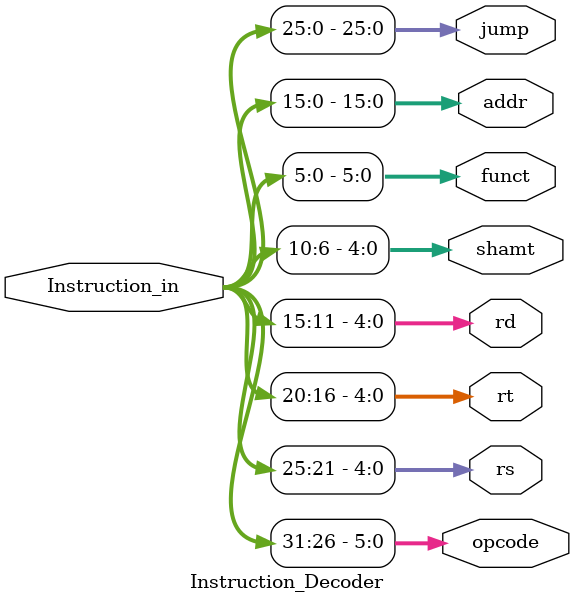
<source format=v>
module Instruction_Decoder(Instruction_in,opcode,rs,rt,rd,shamt,funct,addr,jump);
input [31:0] Instruction_in;
  output reg [5:0] opcode;
  output reg [4:0] rs;
  output reg [4:0] rt;
  output reg [4:0] rd;
  output reg [4:0] shamt;
  output reg [5:0] funct;
  output reg [15:0] addr;
  output reg [25:0] jump;
  
  always@(*)
	begin
	
		opcode <= Instruction_in [31:26];
		rs <= Instruction_in [25:21];
		rt <= Instruction_in [20:16];
		rd <= Instruction_in [15:11];
		shamt <= Instruction_in [10:6];
		funct <= Instruction_in [5:0];
		addr <= Instruction_in [15:0];
		jump <= Instruction_in [25:0];
	
	
	end 
	
	
	
	endmodule 
</source>
